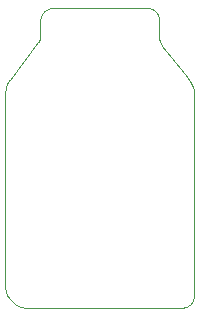
<source format=gbr>
%TF.GenerationSoftware,KiCad,Pcbnew,7.0.9*%
%TF.CreationDate,2023-12-02T23:30:20+01:00*%
%TF.ProjectId,milk,6d696c6b-2e6b-4696-9361-645f70636258,rev?*%
%TF.SameCoordinates,Original*%
%TF.FileFunction,Profile,NP*%
%FSLAX46Y46*%
G04 Gerber Fmt 4.6, Leading zero omitted, Abs format (unit mm)*
G04 Created by KiCad (PCBNEW 7.0.9) date 2023-12-02 23:30:20*
%MOMM*%
%LPD*%
G01*
G04 APERTURE LIST*
%TA.AperFunction,Profile*%
%ADD10C,0.100000*%
%TD*%
G04 APERTURE END LIST*
D10*
X127147407Y-60979738D02*
X127119766Y-61047762D01*
X127031991Y-78479867D02*
X127045904Y-78538753D01*
X127119766Y-61047762D02*
X127094920Y-61116762D01*
X142631578Y-60727829D02*
X142390814Y-60375933D01*
X142946437Y-61413100D02*
X142935373Y-61367965D01*
X142390814Y-60375933D02*
X142383655Y-60362043D01*
X129995109Y-55321898D02*
X129980022Y-55375029D01*
X127210964Y-60847054D02*
X127177816Y-60912799D01*
X130845242Y-54546822D02*
X130790314Y-54559702D01*
X127314853Y-79063448D02*
X127388938Y-79156053D01*
X130683824Y-54593331D02*
X130632397Y-54613923D01*
X140079306Y-57320537D02*
X140064099Y-57271843D01*
X130582272Y-54636930D02*
X130533516Y-54662273D01*
X139957362Y-55203365D02*
X139938830Y-55156237D01*
X139751178Y-54862615D02*
X139716869Y-54826624D01*
X139938830Y-55156237D02*
X139918099Y-55110276D01*
X129946263Y-55596102D02*
X129944809Y-55653117D01*
X129944163Y-57017654D02*
X129942241Y-57048257D01*
X139604107Y-54729002D02*
X139563457Y-54700126D01*
X140238165Y-57642406D02*
X140210425Y-57598649D01*
X139973633Y-55251595D02*
X139957362Y-55203365D01*
X130032784Y-55218744D02*
X130012718Y-55269776D01*
X131074581Y-54523345D02*
X131015937Y-54524851D01*
X140115741Y-57416026D02*
X140096547Y-57368607D01*
X142998522Y-61730853D02*
X142994181Y-61681874D01*
X140159665Y-57508802D02*
X140136808Y-57462767D01*
X139089245Y-54528685D02*
X139036471Y-54524691D01*
X142988104Y-61630725D02*
X142980291Y-61577839D01*
X130958121Y-54529318D02*
X130901200Y-54536668D01*
X130012718Y-55269776D02*
X129995109Y-55321898D01*
X139643269Y-54759753D02*
X139604107Y-54729002D01*
X128453306Y-79874315D02*
X128546498Y-79892212D01*
X140031502Y-57122289D02*
X140025249Y-57071370D01*
X142781667Y-60970701D02*
X142759072Y-60928549D01*
X127179710Y-78869848D02*
X127210145Y-78920568D01*
X127852617Y-79612303D02*
X127931756Y-79664004D01*
X140096547Y-57368607D02*
X140079306Y-57320537D01*
X139843368Y-54980036D02*
X139814491Y-54939386D01*
X139999131Y-55351104D02*
X139987578Y-55300863D01*
X130273555Y-54859034D02*
X130236289Y-54898550D01*
X139141239Y-54535264D02*
X139089245Y-54528685D01*
X139870304Y-55022111D02*
X139843368Y-54980036D01*
X142284027Y-60209246D02*
X142242645Y-60153680D01*
X129844707Y-57356240D02*
X129829600Y-57381634D01*
X142861467Y-61144190D02*
X142843159Y-61100194D01*
X129942241Y-57048257D02*
X129939072Y-57078426D01*
X129950579Y-55539708D02*
X129946263Y-55596102D01*
X143000000Y-62000000D02*
X143001995Y-61820564D01*
X129939072Y-57078426D02*
X129934681Y-57108161D01*
X129884221Y-57277455D02*
X129872045Y-57304151D01*
X140008229Y-55402254D02*
X139999131Y-55351104D01*
X127102186Y-78709550D02*
X127125703Y-78764258D01*
X130901200Y-54536668D02*
X130845242Y-54546822D01*
X139192389Y-54544362D02*
X139141239Y-54535264D01*
X139918099Y-55110276D02*
X139895236Y-55065546D01*
X139895236Y-55065546D02*
X139870304Y-55022111D01*
X127631807Y-79429744D02*
X127702480Y-79495119D01*
X127285373Y-60719579D02*
X127246826Y-60782611D01*
X129957689Y-55484013D02*
X129950579Y-55539708D01*
X140040116Y-57172692D02*
X140031502Y-57122289D01*
X130736486Y-54575231D02*
X130683824Y-54593331D01*
X128097358Y-79753352D02*
X128183496Y-79790891D01*
X130167564Y-54982641D02*
X130136240Y-55027060D01*
X142980291Y-61577839D02*
X142970742Y-61523650D01*
X139563457Y-54700126D02*
X139521382Y-54673189D01*
X127006041Y-61545202D02*
X127001514Y-61618002D01*
X127072894Y-61186631D02*
X127053718Y-61257260D01*
X140014808Y-55454248D02*
X140008229Y-55402254D01*
X127326579Y-60658066D02*
X127285373Y-60719579D01*
X130396150Y-54751543D02*
X130353553Y-54785453D01*
X127242832Y-78969795D02*
X127277744Y-79017449D01*
X129914457Y-57194762D02*
X129905455Y-57222760D01*
X127062259Y-78596716D02*
X127081029Y-78653676D01*
X130533516Y-54662273D02*
X130486199Y-54689875D01*
X127024019Y-61400363D02*
X127013551Y-61472620D01*
X127000000Y-61690911D02*
X127000000Y-78174450D01*
X142376089Y-60348153D02*
X142368144Y-60334263D01*
X129934681Y-57108161D02*
X129929097Y-57137462D01*
X140136808Y-57462767D02*
X140115741Y-57416026D01*
X129922347Y-57166329D02*
X129914457Y-57194762D01*
X142685370Y-60805893D02*
X142658922Y-60766454D01*
X142383655Y-60362043D02*
X142376089Y-60348153D01*
X142959457Y-61468592D02*
X142946437Y-61413100D01*
X130632397Y-54613923D02*
X130582272Y-54636930D01*
X139783740Y-54900224D02*
X139751178Y-54862615D01*
X130055236Y-55168878D02*
X130032784Y-55218744D01*
X139340128Y-54586131D02*
X139291898Y-54569860D01*
X142342302Y-60292592D02*
X142323673Y-60264810D01*
X128013390Y-79711038D02*
X128097358Y-79753352D01*
X130200937Y-54939778D02*
X130167564Y-54982641D01*
X142923034Y-61322885D02*
X142909447Y-61277913D01*
X142994181Y-61681874D02*
X142988104Y-61630725D01*
X129944809Y-56986616D02*
X129944163Y-57017654D01*
X142843159Y-61100194D02*
X142823738Y-61056577D01*
X127702480Y-79495119D02*
X127776138Y-79555990D01*
X127001297Y-78236727D02*
X127005172Y-78298489D01*
X142323673Y-60264810D02*
X142304175Y-60237028D01*
X140051009Y-57222552D02*
X140040116Y-57172692D01*
X131015937Y-54524851D02*
X130958121Y-54529318D01*
X127013551Y-61472620D02*
X127006041Y-61545202D01*
X142359846Y-60320373D02*
X142342302Y-60292592D01*
X129944809Y-55653117D02*
X129944809Y-56986616D01*
X128736790Y-79912813D02*
X128833564Y-79915408D01*
X142242645Y-60153680D02*
X140297959Y-57727451D01*
X140020148Y-55560512D02*
X140018802Y-55507022D01*
X127125703Y-78764258D02*
X127151554Y-78817718D01*
X129829600Y-57381634D02*
X129813571Y-57406593D01*
X128833564Y-79915408D02*
X142038923Y-79915408D01*
X142735472Y-60886995D02*
X142710896Y-60846091D01*
X127500064Y-79285701D02*
X127564280Y-79359920D01*
X129872045Y-57304151D02*
X129858864Y-57330412D01*
X142710896Y-60846091D02*
X142685370Y-60805893D01*
X138982981Y-54523345D02*
X131074581Y-54523345D01*
X130440388Y-54719658D02*
X130396150Y-54751543D01*
X127151554Y-78817718D02*
X127179710Y-78869848D01*
X128641047Y-79905063D02*
X128736790Y-79912813D01*
X139477947Y-54648257D02*
X139433217Y-54625394D01*
X130107032Y-55072958D02*
X130080008Y-55120257D01*
X128183496Y-79790891D02*
X128271642Y-79823600D01*
X129929097Y-57137462D02*
X129922347Y-57166329D01*
X140184231Y-57554105D02*
X140159665Y-57508802D01*
X142935373Y-61367965D02*
X142923034Y-61322885D01*
X127020546Y-78420140D02*
X127031991Y-78479867D01*
X129905455Y-57222760D02*
X129895367Y-57250324D01*
X140210425Y-57598649D02*
X140184231Y-57554105D01*
X127246826Y-60782611D02*
X127210964Y-60847054D01*
X127177816Y-60912799D02*
X127147407Y-60979738D01*
X127388938Y-79156053D02*
X127500064Y-79285701D01*
X140297959Y-57727451D02*
X140267371Y-57685348D01*
X142803232Y-61013395D02*
X142781667Y-60970701D01*
X139242630Y-54555916D02*
X139192389Y-54544362D01*
X127081029Y-78653676D02*
X127102186Y-78709550D01*
X127045904Y-78538753D02*
X127062259Y-78596716D01*
X142878636Y-61188511D02*
X142861467Y-61144190D01*
X127931756Y-79664004D02*
X128013390Y-79711038D01*
X129895367Y-57250324D02*
X129884221Y-57277455D01*
X127277744Y-79017449D02*
X127314853Y-79063448D01*
X140064099Y-57271843D02*
X140051009Y-57222552D01*
X143000000Y-78980842D02*
X143000000Y-78790000D01*
X142100000Y-79910472D02*
G75*
G03*
X143000000Y-78980842I0J900472D01*
G01*
X142909447Y-61277913D02*
X142894638Y-61233104D01*
X140025249Y-57071370D02*
X140021437Y-57019963D01*
X130486199Y-54689875D02*
X130440388Y-54719658D01*
X127210145Y-78920568D02*
X127242832Y-78969795D01*
X142304175Y-60237028D02*
X142284027Y-60209246D01*
X143001126Y-61777228D02*
X142998522Y-61730853D01*
X140267371Y-57685348D02*
X140238165Y-57642406D01*
X128361633Y-79851427D02*
X128453306Y-79874315D01*
X142658922Y-60766454D02*
X142631578Y-60727829D01*
X139521382Y-54673189D02*
X139477947Y-54648257D01*
X142894638Y-61233104D02*
X142878636Y-61188511D01*
X129813571Y-57406593D02*
X129796646Y-57431118D01*
X127000000Y-78174450D02*
X127001297Y-78236727D01*
X127005172Y-78298489D02*
X127011598Y-78359654D01*
X127094920Y-61116762D02*
X127072894Y-61186631D01*
X142368144Y-60334263D02*
X142359846Y-60320373D01*
X139433217Y-54625394D02*
X139387256Y-54604663D01*
X139387256Y-54604663D02*
X139340128Y-54586131D01*
X127370417Y-60598181D02*
X127326579Y-60658066D01*
X143000000Y-78790000D02*
X143000000Y-62000000D01*
X139680878Y-54792316D02*
X139643269Y-54759753D01*
X142823738Y-61056577D02*
X142803232Y-61013395D01*
X127564280Y-79359920D02*
X127631807Y-79429744D01*
X128546498Y-79892212D02*
X128641047Y-79905063D01*
X127037417Y-61328540D02*
X127024019Y-61400363D01*
X142970742Y-61523650D02*
X142959457Y-61468592D01*
X127776138Y-79555990D02*
X127852617Y-79612303D01*
X130136240Y-55027060D02*
X130107032Y-55072958D01*
X139814491Y-54939386D02*
X139783740Y-54900224D01*
X127001514Y-61618002D02*
X127000000Y-61690911D01*
X129980022Y-55375029D02*
X129967526Y-55429094D01*
X143001995Y-61820564D02*
X143001126Y-61777228D01*
X130790314Y-54559702D02*
X130736486Y-54575231D01*
X130312665Y-54821309D02*
X130273555Y-54859034D01*
X140021437Y-57019963D02*
X140020148Y-56968095D01*
X127011598Y-78359654D02*
X127020546Y-78420140D01*
X129858864Y-57330412D02*
X129844707Y-57356240D01*
X140020148Y-56968095D02*
X140020148Y-55560512D01*
X129967526Y-55429094D02*
X129957689Y-55484013D01*
X139036471Y-54524691D02*
X138982981Y-54523345D01*
X128271642Y-79823600D02*
X128361633Y-79851427D01*
X139291898Y-54569860D02*
X139242630Y-54555916D01*
X130080008Y-55120257D02*
X130055236Y-55168878D01*
X127053718Y-61257260D02*
X127037417Y-61328540D01*
X139987578Y-55300863D02*
X139973633Y-55251595D01*
X130236289Y-54898550D02*
X130200937Y-54939778D01*
X140018802Y-55507022D02*
X140014808Y-55454248D01*
X142759072Y-60928549D02*
X142735472Y-60886995D01*
X130353553Y-54785453D02*
X130312665Y-54821309D01*
X129796646Y-57431118D02*
X127370417Y-60598181D01*
X139716869Y-54826624D02*
X139680878Y-54792316D01*
X142038923Y-79915408D02*
X142100000Y-79910472D01*
M02*

</source>
